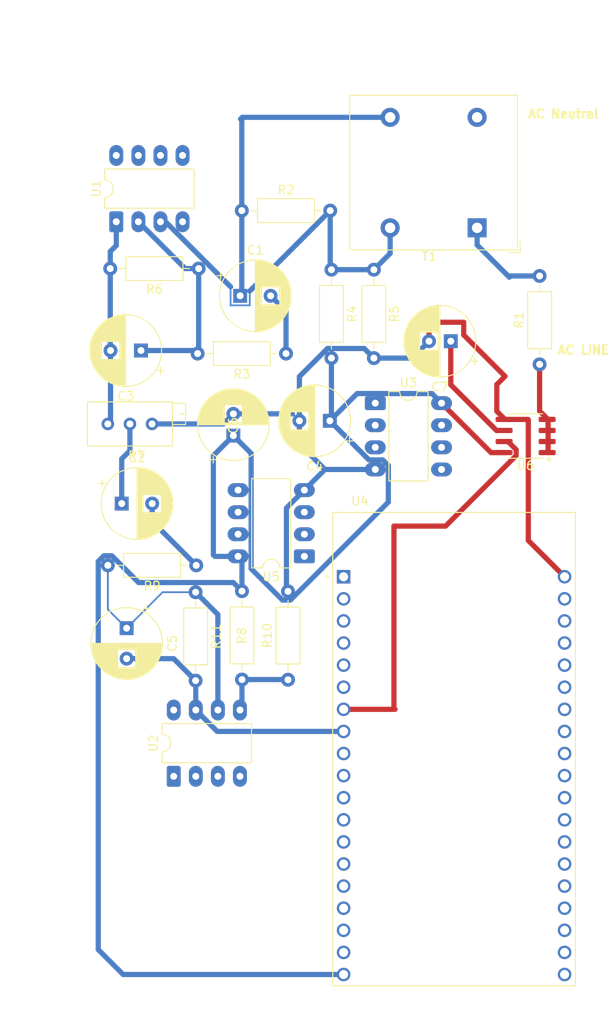
<source format=kicad_pcb>
(kicad_pcb (version 20241229) (generator "pcbnew") (generator_version "9.0")
  (layers (0 "F.Cu" signal) (2 "B.Cu" signal) (13 "F.Paste" user) (15 "B.Paste" user) (5 "F.SilkS" user "F.Silkscreen") (7 "B.SilkS" user "B.Silkscreen") (1 "F.Mask" user) (3 "B.Mask" user) (25 "Edge.Cuts" user))
  (net 0 "")
  (net 1 "Net-(C1-Pad1)")
  (net 2 "Net-(C1-Pad2)")
  (net 3 "Net-(C2-Pad2)")
  (net 4 "Net-(C2-Pad1)")
  (net 5 "Net-(U1A--)")
  (net 6 "Net-(C3-Pad2)")
  (net 7 "Net-(U3C-V+)")
  (net 8 "Net-(U3C-V-)")
  (net 9 "Net-(U2B--)")
  (net 10 "Net-(U6-FILTER)")
  (net 11 "LINE")
  (net 12 "Net-(R1-Pad2)")
  (net 13 "Net-(U1A-+)")
  (net 14 "Net-(U2B-+)")
  (net 48 "NEUT")
  (net 50 "Net-(U4-IO33)")
  (net 51 "Net-(U4-IO32)")
  (footprint "Resistor_THT:R_Axial_DIN0207_L6.3mm_D2.5mm_P10.16mm_Horizontal" (layer "F.Cu") (at 72.51 58.61 -90)
    (property "Reference" "R4" (at 5.08 -2.37 90) (layer "F.SilkS"))
    (property "Value" "10K")
    (pad "1" thru_hole circle (at 0 0 270) (size 1.6 1.6) (drill 0.8) (layers "*.Cu" "*.Mask") (net 13 "Net-(U1A-+)"))
    (pad "2" thru_hole oval (at 10.16 0 270) (size 1.6 1.6) (drill 0.8) (layers "*.Cu" "*.Mask") (net 7 "Net-(U3C-V+)"))
  )
  (footprint "Resistor_THT:R_Axial_DIN0207_L6.3mm_D2.5mm_P10.16mm_Horizontal" (layer "F.Cu") (at 96.44 69.49 90)
    (property "Reference" "R1" (at 5.08 -2.37 90) (layer "F.SilkS"))
    (property "Value" "820K")
    (pad "1" thru_hole circle (at 0 0 90) (size 1.6 1.6) (drill 0.8) (layers "*.Cu" "*.Mask") (net 11 "LINE"))
    (pad "2" thru_hole oval (at 10.16 0 90) (size 1.6 1.6) (drill 0.8) (layers "*.Cu" "*.Mask") (net 12 "Net-(R1-Pad2)"))
  )
  (footprint "Package_DIP:DIP-8_W7.62mm_LongPads" (layer "F.Cu") (at 47.78 53.1 90)
    (property "Reference" "U1" (at 3.81 -2.33 90) (layer "F.SilkS"))
    (property "Value" "LM358N")
    (pad "1" thru_hole roundrect (at 0 0 90) (size 2.4 1.6) (drill 0.8) (layers "*.Cu" "*.Mask") (roundrect_rratio 0.15625) (net 6 "Net-(C3-Pad2)"))
    (pad "2" thru_hole oval (at 0 2.54 90) (size 2.4 1.6) (drill 0.8) (layers "*.Cu" "*.Mask") (net 5 "Net-(U1A--)"))
    (pad "3" thru_hole oval (at 0 5.08 90) (size 2.4 1.6) (drill 0.8) (layers "*.Cu" "*.Mask") (net 13 "Net-(U1A-+)"))
    (pad "4" thru_hole oval (at 0 7.62 90) (size 2.4 1.6) (drill 0.8) (layers "*.Cu" "*.Mask"))
    (pad "5" thru_hole oval (at 7.62 7.62 90) (size 2.4 1.6) (drill 0.8) (layers "*.Cu" "*.Mask"))
    (pad "6" thru_hole oval (at 7.62 5.08 90) (size 2.4 1.6) (drill 0.8) (layers "*.Cu" "*.Mask"))
    (pad "7" thru_hole oval (at 7.62 2.54 90) (size 2.4 1.6) (drill 0.8) (layers "*.Cu" "*.Mask"))
    (pad "8" thru_hole oval (at 7.62 0 90) (size 2.4 1.6) (drill 0.8) (layers "*.Cu" "*.Mask"))
  )
  (footprint "Resistor_THT:R_Axial_DIN0207_L6.3mm_D2.5mm_P10.16mm_Horizontal" (layer "F.Cu") (at 77.39 58.61 -90)
    (property "Reference" "R5" (at 5.08 -2.37 90) (layer "F.SilkS"))
    (property "Value" "10K")
    (pad "1" thru_hole circle (at 0 0 270) (size 1.6 1.6) (drill 0.8) (layers "*.Cu" "*.Mask") (net 13 "Net-(U1A-+)"))
    (pad "2" thru_hole oval (at 10.16 0 270) (size 1.6 1.6) (drill 0.8) (layers "*.Cu" "*.Mask") (net 8 "Net-(U3C-V-)"))
  )
  (footprint "Capacitor_THT:CP_Radial_D8.0mm_P3.50mm" (layer "F.Cu") (at 48.97 99.817349 -90)
    (property "Reference" "C5" (at 1.75 -5.25 90) (layer "F.SilkS"))
    (property "Value" "1 nF")
    (pad "1" thru_hole rect (at 0 0 270) (size 1.6 1.6) (drill 0.8) (layers "*.Cu" "*.Mask") (net 9 "Net-(U2B--)"))
    (pad "2" thru_hole circle (at 3.5 0 270) (size 1.6 1.6) (drill 0.8) (layers "*.Cu" "*.Mask") (net 50 "Net-(U4-IO33)"))
  )
  (footprint "Transformer_THT:Transformer_Zeming_ZMPT101K" (layer "F.Cu") (at 89.2575 53.7975 180)
    (property "Reference" "T1" (at 5.5 -3.3 0) (layer "F.SilkS"))
    (property "Value" "ZMPT101B")
    (pad "1" thru_hole rect (at 0 0 180) (size 2.2 2.2) (drill 1.2) (layers "*.Cu" "*.Mask") (net 12 "Net-(R1-Pad2)"))
    (pad "2" thru_hole circle (at 0 12.7 180) (size 2.2 2.2) (drill 1.2) (layers "*.Cu" "*.Mask") (net 48 "NEUT"))
    (pad "3" thru_hole circle (at 10 12.7 180) (size 2.2 2.2) (drill 1.2) (layers "*.Cu" "*.Mask") (net 1 "Net-(C1-Pad1)"))
    (pad "4" thru_hole circle (at 10 0 180) (size 2.2 2.2) (drill 1.2) (layers "*.Cu" "*.Mask") (net 13 "Net-(U1A-+)"))
  )
  (footprint "Potentiometer_THT:Potentiometer_Bourns_3296X_Horizontal" (layer "F.Cu") (at 46.81 76.34 180)
    (property "Reference" "R7" (at -3.3 -3.66 0) (layer "F.SilkS"))
    (property "Value" "10K")
    (pad "1" thru_hole circle (at 0 0 180) (size 1.44 1.44) (drill 0.8) (layers "*.Cu" "*.Mask") (net 6 "Net-(C3-Pad2)"))
    (pad "2" thru_hole circle (at -2.54 0 180) (size 1.44 1.44) (drill 0.8) (layers "*.Cu" "*.Mask") (net 4 "Net-(C2-Pad1)"))
    (pad "3" thru_hole circle (at -5.08 0 180) (size 1.44 1.44) (drill 0.8) (layers "*.Cu" "*.Mask") (net 8 "Net-(U3C-V-)"))
  )
  (footprint "Resistor_THT:R_Axial_DIN0207_L6.3mm_D2.5mm_P10.16mm_Horizontal" (layer "F.Cu") (at 57.25 58.48 180)
    (property "Reference" "R6" (at 5.08 -2.37 0) (layer "F.SilkS"))
    (property "Value" "100K")
    (pad "1" thru_hole circle (at 0 0 180) (size 1.6 1.6) (drill 0.8) (layers "*.Cu" "*.Mask") (net 5 "Net-(U1A--)"))
    (pad "2" thru_hole oval (at 10.16 0 180) (size 1.6 1.6) (drill 0.8) (layers "*.Cu" "*.Mask") (net 6 "Net-(C3-Pad2)"))
  )
  (footprint "Capacitor_THT:CP_Radial_D8.0mm_P3.50mm" (layer "F.Cu") (at 50.62 67.9 180)
    (property "Reference" "C3" (at 1.75 -5.25 0) (layer "F.SilkS"))
    (property "Value" "1 nF")
    (pad "1" thru_hole rect (at 0 0 180) (size 1.6 1.6) (drill 0.8) (layers "*.Cu" "*.Mask") (net 5 "Net-(U1A--)"))
    (pad "2" thru_hole circle (at 3.5 0 180) (size 1.6 1.6) (drill 0.8) (layers "*.Cu" "*.Mask") (net 6 "Net-(C3-Pad2)"))
  )
  (footprint "Package_SO:SOIC-8_3.9x4.9mm_P1.27mm" (layer "F.Cu") (at 94.83 77.725 180)
    (property "Reference" "U6" (at 0 -3.4 0) (layer "F.SilkS"))
    (property "Value" "ACS712xLCTR-20A")
    (pad "1" smd roundrect (at -2.475 -1.905 180) (size 1.95 0.6) (layers "F.Cu" "F.Mask" "F.Paste") (net 11 "LINE"))
    (pad "2" smd roundrect (at -2.475 -0.635 180) (size 1.95 0.6) (layers "F.Cu" "F.Mask" "F.Paste") (net 11 "LINE"))
    (pad "3" smd roundrect (at -2.475 0.635 180) (size 1.95 0.6) (layers "F.Cu" "F.Mask" "F.Paste") (net 11 "LINE"))
    (pad "4" smd roundrect (at -2.475 1.905 180) (size 1.95 0.6) (layers "F.Cu" "F.Mask" "F.Paste") (net 11 "LINE"))
    (pad "5" smd roundrect (at 2.475 1.905 180) (size 1.95 0.6) (layers "F.Cu" "F.Mask" "F.Paste") (net 8 "Net-(U3C-V-)"))
    (pad "6" smd roundrect (at 2.475 0.635 180) (size 1.95 0.6) (layers "F.Cu" "F.Mask" "F.Paste") (net 10 "Net-(U6-FILTER)"))
    (pad "7" smd roundrect (at 2.475 -0.635 180) (size 1.95 0.6) (layers "F.Cu" "F.Mask" "F.Paste") (net 51 "Net-(U4-IO32)"))
    (pad "8" smd roundrect (at 2.475 -1.905 180) (size 1.95 0.6) (layers "F.Cu" "F.Mask" "F.Paste") (net 7 "Net-(U3C-V+)"))
  )
  (footprint "Resistor_THT:R_Axial_DIN0207_L6.3mm_D2.5mm_P10.16mm_Horizontal" (layer "F.Cu") (at 56.97 92.59 180)
    (property "Reference" "R9" (at 5.08 -2.37 0) (layer "F.SilkS"))
    (property "Value" "10K")
    (pad "1" thru_hole circle (at 0 0 180) (size 1.6 1.6) (drill 0.8) (layers "*.Cu" "*.Mask") (net 3 "Net-(C2-Pad2)"))
    (pad "2" thru_hole oval (at 10.16 0 180) (size 1.6 1.6) (drill 0.8) (layers "*.Cu" "*.Mask") (net 9 "Net-(U2B--)"))
  )
  (footprint "Capacitor_THT:CP_Radial_D8.0mm_P3.50mm" (layer "F.Cu") (at 62.02 61.61)
    (property "Reference" "C1" (at 1.75 -5.25 0) (layer "F.SilkS"))
    (property "Value" "1 nF")
    (pad "1" thru_hole rect (at 0 0) (size 1.6 1.6) (drill 0.8) (layers "*.Cu" "*.Mask") (net 1 "Net-(C1-Pad1)"))
    (pad "2" thru_hole circle (at 3.5 0) (size 1.6 1.6) (drill 0.8) (layers "*.Cu" "*.Mask") (net 2 "Net-(C1-Pad2)"))
  )
  (footprint "Capacitor_THT:CP_Radial_D8.0mm_P3.50mm" (layer "F.Cu") (at 48.407349 85.49)
    (property "Reference" "C2" (at 1.75 -5.25 0) (layer "F.SilkS"))
    (property "Value" "1 µF")
    (pad "1" thru_hole rect (at 0 0) (size 1.6 1.6) (drill 0.8) (layers "*.Cu" "*.Mask") (net 4 "Net-(C2-Pad1)"))
    (pad "2" thru_hole circle (at 3.5 0) (size 1.6 1.6) (drill 0.8) (layers "*.Cu" "*.Mask") (net 3 "Net-(C2-Pad2)"))
  )
  (footprint "Resistor_THT:R_Axial_DIN0207_L6.3mm_D2.5mm_P10.16mm_Horizontal" (layer "F.Cu") (at 67.52 105.74 90)
    (property "Reference" "R10" (at 5.08 -2.37 90) (layer "F.SilkS"))
    (property "Value" "10K")
    (pad "1" thru_hole circle (at 0 0 90) (size 1.6 1.6) (drill 0.8) (layers "*.Cu" "*.Mask") (net 14 "Net-(U2B-+)"))
    (pad "2" thru_hole oval (at 10.16 0 90) (size 1.6 1.6) (drill 0.8) (layers "*.Cu" "*.Mask") (net 8 "Net-(U3C-V-)"))
  )
  (footprint "Resistor_THT:R_Axial_DIN0207_L6.3mm_D2.5mm_P10.16mm_Horizontal" (layer "F.Cu") (at 62.23 95.56 -90)
    (property "Reference" "R8" (at 5.11 -0.01 90) (layer "F.SilkS"))
    (property "Value" "10K")
    (pad "1" thru_hole circle (at 0 0 270) (size 1.6 1.6) (drill 0.8) (layers "*.Cu" "*.Mask") (net 7 "Net-(U3C-V+)"))
    (pad "2" thru_hole oval (at 10.16 0 270) (size 1.6 1.6) (drill 0.8) (layers "*.Cu" "*.Mask") (net 14 "Net-(U2B-+)"))
  )
  (footprint "Capacitor_THT:CP_Radial_D8.0mm_P3.50mm" (layer "F.Cu") (at 72.33 75.98 180)
    (property "Reference" "C4" (at 1.75 -5.25 0) (layer "F.SilkS"))
    (property "Value" "1 µF")
    (pad "1" thru_hole rect (at 0 0 180) (size 1.6 1.6) (drill 0.8) (layers "*.Cu" "*.Mask") (net 7 "Net-(U3C-V+)"))
    (pad "2" thru_hole circle (at 3.5 0 180) (size 1.6 1.6) (drill 0.8) (layers "*.Cu" "*.Mask") (net 8 "Net-(U3C-V-)"))
  )
  (footprint "Package_DIP:DIP-8_W7.62mm_LongPads" (layer "F.Cu") (at 69.4 91.56 180)
    (property "Reference" "U5" (at 3.81 -2.33 0) (layer "F.SilkS"))
    (property "Value" "LM358")
    (pad "1" thru_hole roundrect (at 0 0 180) (size 2.4 1.6) (drill 0.8) (layers "*.Cu" "*.Mask") (roundrect_rratio 0.15625))
    (pad "2" thru_hole oval (at 0 2.54 180) (size 2.4 1.6) (drill 0.8) (layers "*.Cu" "*.Mask"))
    (pad "3" thru_hole oval (at 0 5.08 180) (size 2.4 1.6) (drill 0.8) (layers "*.Cu" "*.Mask"))
    (pad "4" thru_hole oval (at 0 7.62 180) (size 2.4 1.6) (drill 0.8) (layers "*.Cu" "*.Mask") (net 8 "Net-(U3C-V-)"))
    (pad "5" thru_hole oval (at 7.62 7.62 180) (size 2.4 1.6) (drill 0.8) (layers "*.Cu" "*.Mask"))
    (pad "6" thru_hole oval (at 7.62 5.08 180) (size 2.4 1.6) (drill 0.8) (layers "*.Cu" "*.Mask"))
    (pad "7" thru_hole oval (at 7.62 2.54 180) (size 2.4 1.6) (drill 0.8) (layers "*.Cu" "*.Mask"))
    (pad "8" thru_hole oval (at 7.62 0 180) (size 2.4 1.6) (drill 0.8) (layers "*.Cu" "*.Mask") (net 7 "Net-(U3C-V+)"))
  )
  (footprint "Resistor_THT:R_Axial_DIN0207_L6.3mm_D2.5mm_P10.16mm_Horizontal" (layer "F.Cu") (at 67.29 68.25 180)
    (property "Reference" "R3" (at 5.08 -2.37 0) (layer "F.SilkS"))
    (property "Value" "10K")
    (pad "1" thru_hole circle (at 0 0 180) (size 1.6 1.6) (drill 0.8) (layers "*.Cu" "*.Mask") (net 2 "Net-(C1-Pad2)"))
    (pad "2" thru_hole oval (at 10.16 0 180) (size 1.6 1.6) (drill 0.8) (layers "*.Cu" "*.Mask") (net 5 "Net-(U1A--)"))
  )
  (footprint "Package_DIP:DIP-8_W7.62mm_LongPads" (layer "F.Cu") (at 77.55 73.95)
    (property "Reference" "U3" (at 3.81 -2.33 0) (layer "F.SilkS"))
    (property "Value" "LM358")
    (pad "1" thru_hole roundrect (at 0 0) (size 2.4 1.6) (drill 0.8) (layers "*.Cu" "*.Mask") (roundrect_rratio 0.15625))
    (pad "2" thru_hole oval (at 0 2.54) (size 2.4 1.6) (drill 0.8) (layers "*.Cu" "*.Mask"))
    (pad "3" thru_hole oval (at 0 5.08) (size 2.4 1.6) (drill 0.8) (layers "*.Cu" "*.Mask"))
    (pad "4" thru_hole oval (at 0 7.62) (size 2.4 1.6) (drill 0.8) (layers "*.Cu" "*.Mask") (net 8 "Net-(U3C-V-)"))
    (pad "5" thru_hole oval (at 7.62 7.62) (size 2.4 1.6) (drill 0.8) (layers "*.Cu" "*.Mask"))
    (pad "6" thru_hole oval (at 7.62 5.08) (size 2.4 1.6) (drill 0.8) (layers "*.Cu" "*.Mask"))
    (pad "7" thru_hole oval (at 7.62 2.54) (size 2.4 1.6) (drill 0.8) (layers "*.Cu" "*.Mask"))
    (pad "8" thru_hole oval (at 7.62 0) (size 2.4 1.6) (drill 0.8) (layers "*.Cu" "*.Mask") (net 7 "Net-(U3C-V+)"))
  )
  (footprint "ESP32-DEVKITC-32D:MODULE_ESP32-DEVKITC-32D" (layer "F.Cu") (at 86.61 113.66)
    (property "Reference" "U4" (at -10.829175 -28.446045 0) (layer "F.SilkS") (effects (font (size 1.000386 1.000386))))
    (property "Value" "ESP32-DEVKITC-32D")
    (pad "J2-1" thru_hole rect (at -12.7 -19.76) (size 1.56 1.56) (drill 1.04) (layers "*.Cu" "*.Mask"))
    (pad "J2-2" thru_hole circle (at -12.7 -17.22) (size 1.56 1.56) (drill 1.04) (layers "*.Cu" "*.Mask"))
    (pad "J2-3" thru_hole circle (at -12.7 -14.68) (size 1.56 1.56) (drill 1.04) (layers "*.Cu" "*.Mask"))
    (pad "J2-4" thru_hole circle (at -12.7 -12.14) (size 1.56 1.56) (drill 1.04) (layers "*.Cu" "*.Mask"))
    (pad "J2-5" thru_hole circle (at -12.7 -9.6) (size 1.56 1.56) (drill 1.04) (layers "*.Cu" "*.Mask"))
    (pad "J2-6" thru_hole circle (at -12.7 -7.06) (size 1.56 1.56) (drill 1.04) (layers "*.Cu" "*.Mask"))
    (pad "J2-7" thru_hole circle (at -12.7 -4.52) (size 1.56 1.56) (drill 1.04) (layers "*.Cu" "*.Mask") (net 51 "Net-(U4-IO32)"))
    (pad "J2-8" thru_hole circle (at -12.7 -1.98) (size 1.56 1.56) (drill 1.04) (layers "*.Cu" "*.Mask") (net 50 "Net-(U4-IO33)"))
    (pad "J2-9" thru_hole circle (at -12.7 0.56) (size 1.56 1.56) (drill 1.04) (layers "*.Cu" "*.Mask"))
    (pad "J2-10" thru_hole circle (at -12.7 3.1) (size 1.56 1.56) (drill 1.04) (layers "*.Cu" "*.Mask"))
    (pad "J2-11" thru_hole circle (at -12.7 5.64) (size 1.56 1.56) (drill 1.04) (layers "*.Cu" "*.Mask"))
    (pad "J2-12" thru_hole circle (at -12.7 8.18) (size 1.56 1.56) (drill 1.04) (layers "*.Cu" "*.Mask"))
    (pad "J2-13" thru_hole circle (at -12.7 10.72) (size 1.56 1.56) (drill 1.04) (layers "*.Cu" "*.Mask"))
    (pad "J2-14" thru_hole circle (at -12.7 13.26) (size 1.56 1.56) (drill 1.04) (layers "*.Cu" "*.Mask"))
    (pad "J2-15" thru_hole circle (at -12.7 15.8) (size 1.56 1.56) (drill 1.04) (layers "*.Cu" "*.Mask"))
    (pad "J2-16" thru_hole circle (at -12.7 18.34) (size 1.56 1.56) (drill 1.04) (layers "*.Cu" "*.Mask"))
    (pad "J2-17" thru_hole circle (at -12.7 20.88) (size 1.56 1.56) (drill 1.04) (layers "*.Cu" "*.Mask"))
    (pad "J2-18" thru_hole circle (at -12.7 23.42) (size 1.56 1.56) (drill 1.04) (layers "*.Cu" "*.Mask"))
    (pad "J2-19" thru_hole circle (at -12.7 25.96) (size 1.56 1.56) (drill 1.04) (layers "*.Cu" "*.Mask") (net 7 "Net-(U3C-V+)"))
    (pad "J3-1" thru_hole circle (at 12.7 -19.76) (size 1.56 1.56) (drill 1.04) (layers "*.Cu" "*.Mask") (net 8 "Net-(U3C-V-)"))
    (pad "J3-2" thru_hole circle (at 12.7 -17.22) (size 1.56 1.56) (drill 1.04) (layers "*.Cu" "*.Mask"))
    (pad "J3-3" thru_hole circle (at 12.7 -14.68) (size 1.56 1.56) (drill 1.04) (layers "*.Cu" "*.Mask"))
    (pad "J3-4" thru_hole circle (at 12.7 -12.14) (size 1.56 1.56) (drill 1.04) (layers "*.Cu" "*.Mask"))
    (pad "J3-5" thru_hole circle (at 12.7 -9.6) (size 1.56 1.56) (drill 1.04) (layers "*.Cu" "*.Mask"))
    (pad "J3-6" thru_hole circle (at 12.7 -7.06) (size 1.56 1.56) (drill 1.04) (layers "*.Cu" "*.Mask"))
    (pad "J3-7" thru_hole circle (at 12.7 -4.52) (size 1.56 1.56) (drill 1.04) (layers "*.Cu" "*.Mask"))
    (pad "J3-8" thru_hole circle (at 12.7 -1.98) (size 1.56 1.56) (drill 1.04) (layers "*.Cu" "*.Mask"))
    (pad "J3-9" thru_hole circle (at 12.7 0.56) (size 1.56 1.56) (drill 1.04) (layers "*.Cu" "*.Mask"))
    (pad "J3-10" thru_hole circle (at 12.7 3.1) (size 1.56 1.56) (drill 1.04) (layers "*.Cu" "*.Mask"))
    (pad "J3-11" thru_hole circle (at 12.7 5.64) (size 1.56 1.56) (drill 1.04) (layers "*.Cu" "*.Mask"))
    (pad "J3-12" thru_hole circle (at 12.7 8.18) (size 1.56 1.56) (drill 1.04) (layers "*.Cu" "*.Mask"))
    (pad "J3-13" thru_hole circle (at 12.7 10.72) (size 1.56 1.56) (drill 1.04) (layers "*.Cu" "*.Mask"))
    (pad "J3-14" thru_hole circle (at 12.7 13.26) (size 1.56 1.56) (drill 1.04) (layers "*.Cu" "*.Mask"))
    (pad "J3-15" thru_hole circle (at 12.7 15.8) (size 1.56 1.56) (drill 1.04) (layers "*.Cu" "*.Mask"))
    (pad "J3-16" thru_hole circle (at 12.7 18.34) (size 1.56 1.56) (drill 1.04) (layers "*.Cu" "*.Mask"))
    (pad "J3-17" thru_hole circle (at 12.7 20.88) (size 1.56 1.56) (drill 1.04) (layers "*.Cu" "*.Mask"))
    (pad "J3-18" thru_hole circle (at 12.7 23.42) (size 1.56 1.56) (drill 1.04) (layers "*.Cu" "*.Mask"))
    (pad "J3-19" thru_hole circle (at 12.7 25.96) (size 1.56 1.56) (drill 1.04) (layers "*.Cu" "*.Mask"))
  )
  (footprint "Resistor_THT:R_Axial_DIN0207_L6.3mm_D2.5mm_P10.16mm_Horizontal" (layer "F.Cu") (at 62.21 51.82)
    (property "Reference" "R2" (at 5.08 -2.37 0) (layer "F.SilkS"))
    (property "Value" "100")
    (pad "1" thru_hole circle (at 0 0) (size 1.6 1.6) (drill 0.8) (layers "*.Cu" "*.Mask") (net 1 "Net-(C1-Pad1)"))
    (pad "2" thru_hole oval (at 10.16 0) (size 1.6 1.6) (drill 0.8) (layers "*.Cu" "*.Mask") (net 13 "Net-(U1A-+)"))
  )
  (footprint "Package_DIP:DIP-8_W7.62mm_LongPads" (layer "F.Cu") (at 54.38 116.84 90)
    (property "Reference" "U2" (at 3.81 -2.33 90) (layer "F.SilkS"))
    (property "Value" "LM358N")
    (pad "1" thru_hole roundrect (at 0 0 90) (size 2.4 1.6) (drill 0.8) (layers "*.Cu" "*.Mask") (roundrect_rratio 0.15625))
    (pad "2" thru_hole oval (at 0 2.54 90) (size 2.4 1.6) (drill 0.8) (layers "*.Cu" "*.Mask"))
    (pad "3" thru_hole oval (at 0 5.08 90) (size 2.4 1.6) (drill 0.8) (layers "*.Cu" "*.Mask"))
    (pad "4" thru_hole oval (at 0 7.62 90) (size 2.4 1.6) (drill 0.8) (layers "*.Cu" "*.Mask"))
    (pad "5" thru_hole oval (at 7.62 7.62 90) (size 2.4 1.6) (drill 0.8) (layers "*.Cu" "*.Mask") (net 14 "Net-(U2B-+)"))
    (pad "6" thru_hole oval (at 7.62 5.08 90) (size 2.4 1.6) (drill 0.8) (layers "*.Cu" "*.Mask") (net 9 "Net-(U2B--)"))
    (pad "7" thru_hole oval (at 7.62 2.54 90) (size 2.4 1.6) (drill 0.8) (layers "*.Cu" "*.Mask") (net 50 "Net-(U4-IO33)"))
    (pad "8" thru_hole oval (at 7.62 0 90) (size 2.4 1.6) (drill 0.8) (layers "*.Cu" "*.Mask"))
  )
  (footprint "Resistor_THT:R_Axial_DIN0207_L6.3mm_D2.5mm_P10.16mm_Horizontal" (layer "F.Cu") (at 56.9 95.68 -90)
    (property "Reference" "R11" (at 5.08 -2.37 90) (layer "F.SilkS"))
    (property "Value" "100K")
    (pad "1" thru_hole circle (at 0 0 270) (size 1.6 1.6) (drill 0.8) (layers "*.Cu" "*.Mask") (net 9 "Net-(U2B--)"))
    (pad "2" thru_hole oval (at 10.16 0 270) (size 1.6 1.6) (drill 0.8) (layers "*.Cu" "*.Mask") (net 50 "Net-(U4-IO33)"))
  )
  (footprint "Capacitor_THT:CP_Radial_D8.0mm_P2.50mm" (layer "F.Cu") (at 86.23 66.83 180)
    (property "Reference" "C7" (at 1.25 -5.25 0) (layer "F.SilkS"))
    (property "Value" "1 nF")
    (pad "1" thru_hole rect (at 0 0 180) (size 1.6 1.6) (drill 0.8) (layers "*.Cu" "*.Mask") (net 10 "Net-(U6-FILTER)"))
    (pad "2" thru_hole circle (at 2.5 0 180) (size 1.6 1.6) (drill 0.8) (layers "*.Cu" "*.Mask") (net 8 "Net-(U3C-V-)"))
  )
  (footprint "Capacitor_THT:CP_Radial_D8.0mm_P2.50mm" (layer "F.Cu") (at 61.24 77.68 90)
    (property "Reference" "C6" (at 1.152651 0 90) (layer "F.SilkS"))
    (property "Value" "0.1 µF")
    (pad "1" thru_hole rect (at 0 0 90) (size 1.6 1.6) (drill 0.8) (layers "*.Cu" "*.Mask") (net 7 "Net-(U3C-V+)"))
    (pad "2" thru_hole circle (at 2.5 0 90) (size 1.6 1.6) (drill 0.8) (layers "*.Cu" "*.Mask") (net 8 "Net-(U3C-V-)"))
  )
  (gr_text "AC Neutral" (at 94.99 41.29 0) (layer "F.SilkS") (effects (font (size 1 1) (thickness 0.25) (bold yes)) (justify left bottom)))
  (gr_text "AC LINE" (at 98.38 68.43 0) (layer "F.SilkS") (effects (font (size 1 1) (thickness 0.25) (bold yes)) (justify left bottom)))
  (segment (start 62.2625 41.0975) (end 62.07 41.29) (width 0.6) (layer "B.Cu") (net 1))
  (segment (start 62.21 61.42) (end 62.02 61.61) (width 0.2) (layer "B.Cu") (net 1))
  (segment (start 79.2575 41.0975) (end 62.2625 41.0975) (width 0.6) (layer "B.Cu") (net 1))
  (segment (start 62.07 41.29) (end 62.21 41.43) (width 0.6) (layer "B.Cu") (net 1))
  (segment (start 62.21 51.82) (end 62.21 61.42) (width 0.6) (layer "B.Cu") (net 1))
  (segment (start 62.21 41.43) (end 62.21 51.82) (width 0.6) (layer "B.Cu") (net 1))
  (segment (start 78.99 40.83) (end 79.2575 41.0975) (width 0.6) (layer "B.Cu") (net 1))
  (segment (start 67.29 68.25) (end 67.29 63.38) (width 0.6) (layer "B.Cu") (net 2))
  (segment (start 67.29 63.38) (end 65.52 61.61) (width 0.6) (layer "B.Cu") (net 2))
  (segment (start 51.907349 87.527349) (end 56.97 92.59) (width 0.6) (layer "B.Cu") (net 3))
  (segment (start 51.907349 85.49) (end 51.907349 87.527349) (width 0.6) (layer "B.Cu") (net 3))
  (segment (start 49.35 79.41) (end 49.35 76.34) (width 0.6) (layer "B.Cu") (net 4))
  (segment (start 48.407349 85.49) (end 48.407349 80.352651) (width 0.6) (layer "B.Cu") (net 4))
  (segment (start 48.407349 80.352651) (end 49.35 79.41) (width 0.6) (layer "B.Cu") (net 4))
  (segment (start 50.32 53.1) (end 55.7 58.48) (width 0.6) (layer "B.Cu") (net 5))
  (segment (start 57.25 68.13) (end 57.13 68.25) (width 0.2) (layer "B.Cu") (net 5))
  (segment (start 57.25 58.48) (end 57.25 68.13) (width 0.6) (layer "B.Cu") (net 5))
  (segment (start 56.78 67.9) (end 57.13 68.25) (width 0.2) (layer "B.Cu") (net 5))
  (segment (start 50.62 67.9) (end 56.78 67.9) (width 0.6) (layer "B.Cu") (net 5))
  (segment (start 55.7 58.48) (end 57.25 58.48) (width 0.6) (layer "B.Cu") (net 5))
  (segment (start 47.12 67.9) (end 47.12 76.03) (width 0.6) (layer "B.Cu") (net 6))
  (segment (start 47.12 76.03) (end 46.81 76.34) (width 0.2) (layer "B.Cu") (net 6))
  (segment (start 47.09 58.48) (end 47.09 67.87) (width 0.6) (layer "B.Cu") (net 6))
  (segment (start 47.78 55.83) (end 47.78 53.1) (width 0.6) (layer "B.Cu") (net 6))
  (segment (start 47.09 56.52) (end 47.78 55.83) (width 0.6) (layer "B.Cu") (net 6))
  (segment (start 47.09 58.48) (end 47.09 56.52) (width 0.6) (layer "B.Cu") (net 6))
  (segment (start 47.09 67.87) (end 47.12 67.9) (width 0.2) (layer "B.Cu") (net 6))
  (segment (start 90.855 79.635) (end 85.17 73.95) (width 0.6) (layer "F.Cu") (net 7))
  (segment (start 92.355 79.63) (end 90.86 79.63) (width 0.2) (layer "F.Cu") (net 7))
  (segment (start 90.86 79.63) (end 90.855 79.635) (width 0.2) (layer "F.Cu") (net 7))
  (segment (start 92.465 79.635) (end 90.855 79.635) (width 0.6) (layer "F.Cu") (net 7))
  (segment (start 62.23 92.08) (end 62.23 95.56) (width 0.6) (layer "B.Cu") (net 7))
  (segment (start 61.24 77.68) (end 58.94 79.98) (width 0.6) (layer "B.Cu") (net 7))
  (segment (start 72.51 75.8) (end 72.33 75.98) (width 0.2) (layer "B.Cu") (net 7))
  (segment (start 79.051 85.32605) (end 67.79605 96.581) (width 0.6) (layer "B.Cu") (net 7))
  (segment (start 76.819 80.469) (end 78.406049 80.469) (width 0.6) (layer "B.Cu") (net 7))
  (segment (start 84.069 72.849) (end 75.461 72.849) (width 0.6) (layer "B.Cu") (net 7))
  (segment (start 63.281 79.721) (end 61.24 77.68) (width 0.6) (layer "B.Cu") (net 7))
  (segment (start 48.57 139.62) (end 73.91 139.62) (width 0.6) (layer "B.Cu") (net 7))
  (segment (start 66.88395 96.581) (end 63.281 92.97805) (width 0.6) (layer "B.Cu") (net 7))
  (segment (start 61.78 91.63) (end 62.23 92.08) (width 0.2) (layer "B.Cu") (net 7))
  (segment (start 58.94 79.98) (end 58.94 91.41) (width 0.6) (layer "B.Cu") (net 7))
  (segment (start 78.406049 80.469) (end 79.051 81.113951) (width 0.6) (layer "B.Cu") (net 7))
  (segment (start 45.709 136.759) (end 48.57 139.62) (width 0.6) (layer "B.Cu") (net 7))
  (segment (start 45.709 92.13395) (end 45.709 136.759) (width 0.6) (layer "B.Cu") (net 7))
  (segment (start 58.94 91.41) (end 58.97 91.41) (width 0.2) (layer "B.Cu") (net 7))
  (segment (start 67.79605 96.581) (end 66.88395 96.581) (width 0.6) (layer "B.Cu") (net 7))
  (segment (start 72.51 68.77) (end 72.51 75.8) (width 0.6) (layer "B.Cu") (net 7))
  (segment (start 75.461 72.849) (end 72.33 75.98) (width 0.6) (layer "B.Cu") (net 7))
  (segment (start 63.281 92.97805) (end 63.281 79.721) (width 0.6) (layer "B.Cu") (net 7))
  (segment (start 72.33 75.98) (end 76.819 80.469) (width 0.6) (layer "B.Cu") (net 7))
  (segment (start 61.78 91.56) (end 61.78 91.63) (width 0.2) (layer "B.Cu") (net 7))
  (segment (start 61.24 94.57) (end 50.34705 94.57) (width 0.6) (layer "B.Cu") (net 7))
  (segment (start 50.34705 94.57) (end 47.26605 91.489) (width 0.6) (layer "B.Cu") (net 7))
  (segment (start 46.35395 91.489) (end 45.709 92.13395) (width 0.6) (layer "B.Cu") (net 7))
  (segment (start 47.26605 91.489) (end 46.35395 91.489) (width 0.6) (layer "B.Cu") (net 7))
  (segment (start 62.23 95.56) (end 61.24 94.57) (width 0.6) (layer "B.Cu") (net 7))
  (segment (start 58.97 91.41) (end 59.12 91.56) (width 0.2) (layer "B.Cu") (net 7))
  (segment (start 59.12 91.56) (end 61.78 91.56) (width 0.6) (layer "B.Cu") (net 7))
  (segment (start 79.051 81.113951) (end 79.051 85.32605) (width 0.6) (layer "B.Cu") (net 7))
  (segment (start 85.17 73.95) (end 84.069 72.849) (width 0.6) (layer "B.Cu") (net 7))
  (segment (start 99.31 93.9) (end 95.14 89.73) (width 0.6) (layer "F.Cu") (net 8))
  (segment (start 92.465 75.825) (end 93.258032 75.825) (width 0.2) (layer "F.Cu") (net 8))
  (segment (start 91.52 71.808) (end 91.52 74.88) (width 0.6) (layer "F.Cu") (net 8))
  (segment (start 83.92 64.65) (end 83.89 64.62) (width 0.6) (layer "F.Cu") (net 8))
  (segment (start 91.52 74.88) (end 92.465 75.825) (width 0.6) (layer "F.Cu") (net 8))
  (segment (start 87.72 64.65) (end 87.72 66.118) (width 0.6) (layer "F.Cu") (net 8))
  (segment (start 95.14 75.86) (end 95.1 75.82) (width 0.6) (layer "F.Cu") (net 8))
  (segment (start 87.72 66.118) (end 92.465 70.863) (width 0.6) (layer "F.Cu") (net 8))
  (segment (start 83.89 64.62) (end 83.73 64.78) (width 0.6) (layer "F.Cu") (net 8))
  (segment (start 92.465 70.863) (end 91.52 71.808) (width 0.6) (layer "F.Cu") (net 8))
  (segment (start 83.73 64.78) (end 83.73 66.83) (width 0.6) (layer "F.Cu") (net 8))
  (segment (start 87.72 64.65) (end 83.92 64.65) (width 0.6) (layer "F.Cu") (net 8))
  (segment (start 95.14 89.73) (end 95.14 75.86) (width 0.6) (layer "F.Cu") (net 8))
  (segment (start 95.1 75.82) (end 92.355 75.82) (width 0.6) (layer "F.Cu") (net 8))
  (segment (start 68.83 70.89295) (end 68.83 75.98) (width 0.6) (layer "B.Cu") (net 8))
  (segment (start 68.83 75.98) (end 68.83 78.63) (width 0.6) (layer "B.Cu") (net 8))
  (segment (start 72.05395 67.669) (end 68.83 70.89295) (width 0.6) (layer "B.Cu") (net 8))
  (segment (start 68.83 78.63) (end 71.77 81.57) (width 0.6) (layer "B.Cu") (net 8))
  (segment (start 81.79 68.77) (end 83.73 66.83) (width 0.6) (layer "B.Cu") (net 8))
  (segment (start 51.89 76.34) (end 60.08 76.34) (width 0.6) (layer "B.Cu") (net 8))
  (segment (start 77.39 68.77) (end 76.289 67.669) (width 0.6) (layer "B.Cu") (net 8))
  (segment (start 77.55 81.57) (end 71.77 81.57) (width 0.6) (layer "B.Cu") (net 8))
  (segment (start 68.030001 75.180001) (end 68.83 75.98) (width 0.2) (layer "B.Cu") (net 8))
  (segment (start 71.77 81.57) (end 69.4 83.94) (width 0.6) (layer "B.Cu") (net 8))
  (segment (start 60.08 76.34) (end 61.24 75.18) (width 0.6) (layer "B.Cu") (net 8))
  (segment (start 76.289 67.669) (end 72.05395 67.669) (width 0.6) (layer "B.Cu") (net 8))
  (segment (start 67.34 86) (end 67.34 95.48) (width 0.6) (layer "B.Cu") (net 8))
  (segment (start 69.4 83.94) (end 67.34 86) (width 0.6) (layer "B.Cu") (net 8))
  (segment (start 61.24 75.18) (end 68.030001 75.180001) (width 0.6) (layer "B.Cu") (net 8))
  (segment (start 77.39 68.77) (end 81.79 68.77) (width 0.6) (layer "B.Cu") (net 8))
  (segment (start 53.107349 95.68) (end 48.97 99.817349) (width 0.2) (layer "B.Cu") (net 9))
  (segment (start 56.9 95.68) (end 59.46 98.24) (width 0.6) (layer "B.Cu") (net 9))
  (segment (start 59.46 98.24) (end 59.46 109.22) (width 0.6) (layer "B.Cu") (net 9))
  (segment (start 46.81 97.657349) (end 48.97 99.817349) (width 0.2) (layer "B.Cu") (net 9))
  (segment (start 46.81 92.59) (end 46.81 97.657349) (width 0.2) (layer "B.Cu") (net 9))
  (segment (start 56.9 95.68) (end 53.107349 95.68) (width 0.2) (layer "B.Cu") (net 9))
  (segment (start 86.23 71.834999) (end 86.23 66.83) (width 0.6) (layer "F.Cu") (net 10))
  (segment (start 92.465 77.095) (end 91.490001 77.095) (width 0.2) (layer "F.Cu") (net 10))
  (segment (start 91.490001 77.095) (end 86.23 71.834999) (width 0.6) (layer "F.Cu") (net 10))
  (segment (start 96.44 74.85) (end 96.44 69.49) (width 0.6) (layer "F.Cu") (net 11))
  (segment (start 97.415 79.635) (end 97.415 75.825) (width 0.6) (layer "F.Cu") (net 11))
  (segment (start 97.415 75.825) (end 96.44 74.85) (width 0.6) (layer "F.Cu") (net 11))
  (segment (start 89.2575 55.7675) (end 92.96 59.47) (width 0.6) (layer "B.Cu") (net 12))
  (segment (start 89.2575 53.7975) (end 89.2575 55.7675) (width 0.6) (layer "B.Cu") (net 12))
  (segment (start 92.96 59.47) (end 93.1 59.33) (width 0.6) (layer "B.Cu") (net 12))
  (segment (start 93.1 59.33) (end 96.44 59.33) (width 0.6) (layer "B.Cu") (net 12))
  (segment (start 72.37 58.47) (end 72.51 58.61) (width 0.2) (layer "B.Cu") (net 13))
  (segment (start 60.919 62.711) (end 60.919 60.576049) (width 0.2) (layer "B.Cu") (net 13))
  (segment (start 63.121 62.711) (end 60.919 62.711) (width 0.2) (layer "B.Cu") (net 13))
  (segment (start 60.919 60.576049) (end 53.442951 53.1) (width 0.6) (layer "B.Cu") (net 13))
  (segment (start 72.37 51.82) (end 72.37 58.47) (width 0.6) (layer "B.Cu") (net 13))
  (segment (start 79.2575 56.7425) (end 77.39 58.61) (width 0.6) (layer "B.Cu") (net 13))
  (segment (start 72.37 51.82) (end 63.121 61.069) (width 0.6) (layer "B.Cu") (net 13))
  (segment (start 77.39 58.61) (end 72.51 58.61) (width 0.6) (layer "B.Cu") (net 13))
  (segment (start 79.2575 53.7975) (end 79.2575 56.7425) (width 0.6) (layer "B.Cu") (net 13))
  (segment (start 53.442951 53.1) (end 52.86 53.1) (width 0.2) (layer "B.Cu") (net 13))
  (segment (start 63.121 61.069) (end 63.121 62.711) (width 0.2) (layer "B.Cu") (net 13))
  (segment (start 62.23 108.99) (end 62 109.22) (width 0.2) (layer "B.Cu") (net 14))
  (segment (start 67.26 105.72) (end 67.34 105.64) (width 0.2) (layer "B.Cu") (net 14))
  (segment (start 62.23 105.72) (end 62.23 108.99) (width 0.6) (layer "B.Cu") (net 14))
  (segment (start 62.23 105.72) (end 67.26 105.72) (width 0.6) (layer "B.Cu") (net 14))
  (segment (start 54.377349 103.317349) (end 56.9 105.84) (width 0.6) (layer "B.Cu") (net 50))
  (segment (start 48.97 103.317349) (end 54.377349 103.317349) (width 0.6) (layer "B.Cu") (net 50))
  (segment (start 59.38 111.68) (end 73.91 111.68) (width 0.6) (layer "B.Cu") (net 50))
  (segment (start 56.92 109.22) (end 56.92 105.86) (width 0.6) (layer "B.Cu") (net 50))
  (segment (start 56.92 109.22) (end 59.38 111.68) (width 0.6) (layer "B.Cu") (net 50))
  (segment (start 56.92 105.86) (end 56.9 105.84) (width 0.2) (layer "B.Cu") (net 50))
  (segment (start 79.7 88.08) (end 79.7 109.01) (width 0.6) (layer "F.Cu") (net 51))
  (segment (start 79.7 109.01) (end 79.83 109.14) (width 0.2) (layer "F.Cu") (net 51))
  (segment (start 92.465 78.365) (end 92.811968 78.365) (width 0.2) (layer "F.Cu") (net 51))
  (segment (start 92.811968 78.365) (end 93.741 79.294032) (width 0.6) (layer "F.Cu") (net 51))
  (segment (start 93.741 79.294032) (end 93.741 79.975968) (width 0.6) (layer "F.Cu") (net 51))
  (segment (start 93.741 79.975968) (end 85.636968 88.08) (width 0.6) (layer "F.Cu") (net 51))
  (segment (start 85.636968 88.08) (end 79.7 88.08) (width 0.6) (layer "F.Cu") (net 51))
  (segment (start 79.83 109.14) (end 73.91 109.14) (width 0.6) (layer "F.Cu") (net 51))
)
</source>
